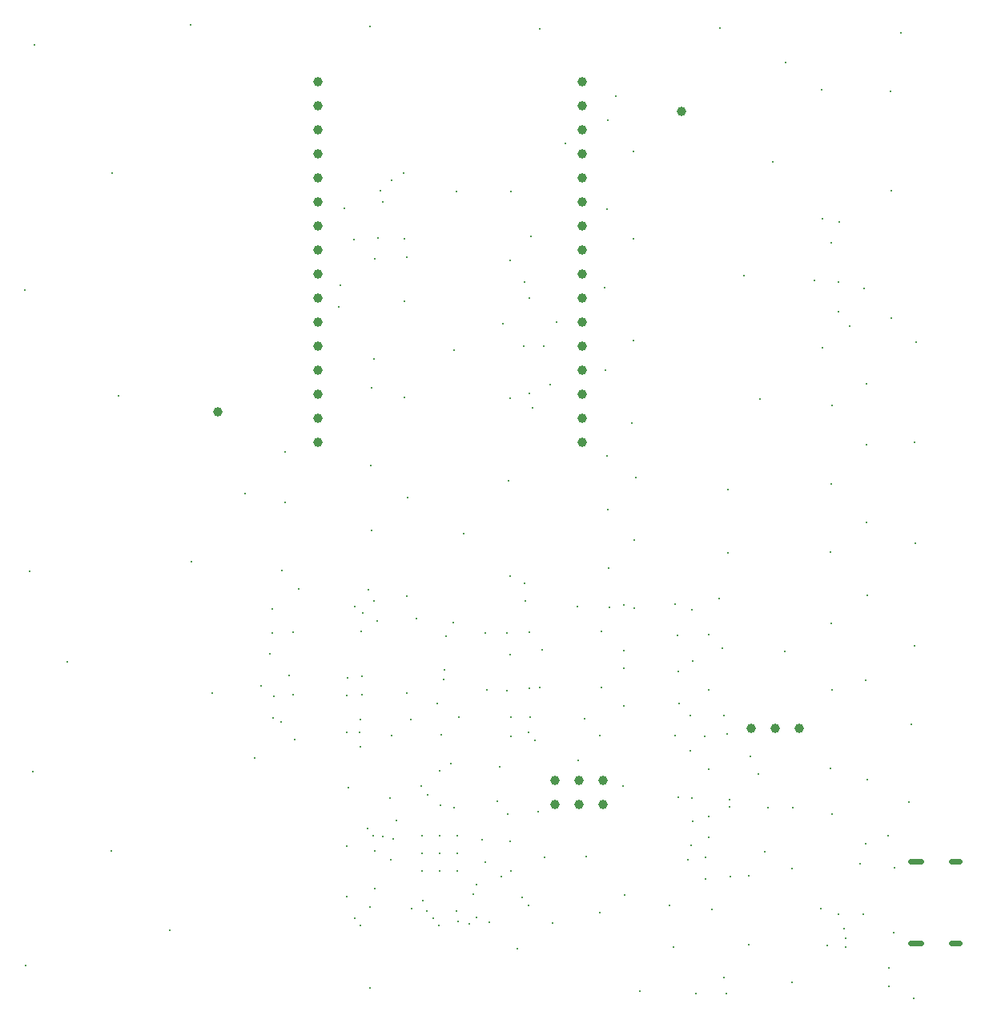
<source format=gbr>
%TF.GenerationSoftware,KiCad,Pcbnew,9.0.6*%
%TF.CreationDate,2026-01-06T10:29:05+00:00*%
%TF.ProjectId,PyBoardTester,5079426f-6172-4645-9465-737465722e6b,rev?*%
%TF.SameCoordinates,Original*%
%TF.FileFunction,Plated,1,4,PTH,Mixed*%
%TF.FilePolarity,Positive*%
%FSLAX46Y46*%
G04 Gerber Fmt 4.6, Leading zero omitted, Abs format (unit mm)*
G04 Created by KiCad (PCBNEW 9.0.6) date 2026-01-06 10:29:05*
%MOMM*%
%LPD*%
G01*
G04 APERTURE LIST*
%TA.AperFunction,ViaDrill*%
%ADD10C,0.220000*%
%TD*%
G04 aperture for slot hole*
%TA.AperFunction,ComponentDrill*%
%ADD11C,0.600000*%
%TD*%
%TA.AperFunction,ComponentDrill*%
%ADD12C,1.000000*%
%TD*%
G04 APERTURE END LIST*
D10*
X96350000Y-72250000D03*
X96500000Y-143600000D03*
X96850000Y-101950000D03*
X97250000Y-123100000D03*
X97400000Y-46350000D03*
X100850000Y-111500000D03*
X105500000Y-131500000D03*
X105600000Y-59900000D03*
X106250000Y-83450000D03*
X111750000Y-139900000D03*
X113900000Y-44250000D03*
X114000000Y-100900000D03*
X116200000Y-114850000D03*
X119650000Y-93700000D03*
X120650000Y-121700000D03*
X121350000Y-114050000D03*
X122300000Y-110700000D03*
X122510000Y-108450000D03*
X122550000Y-105900000D03*
X122600000Y-117456800D03*
X122700000Y-115150000D03*
X123450000Y-117900000D03*
X123600000Y-101850000D03*
X123900000Y-89300000D03*
X123900000Y-94700000D03*
X124300000Y-112950000D03*
X124750000Y-108400000D03*
X124750000Y-115006800D03*
X124900000Y-119750000D03*
X125300000Y-103800000D03*
X129600000Y-74050000D03*
X129750000Y-71700000D03*
X130200000Y-63600000D03*
X130400000Y-118950000D03*
X130400000Y-130950000D03*
X130450000Y-115050000D03*
X130450000Y-136300000D03*
X130500000Y-113200000D03*
X130550000Y-124800000D03*
X131200000Y-66900000D03*
X131300000Y-105650000D03*
X131300000Y-138600000D03*
X131800000Y-119000000D03*
X131850000Y-117600000D03*
X131900000Y-120500000D03*
X131900000Y-139400000D03*
X131950000Y-108300000D03*
X132000000Y-113056800D03*
X132000000Y-115000000D03*
X132100000Y-106325000D03*
X132600000Y-129100000D03*
X132675000Y-103900000D03*
X132850000Y-44350000D03*
X132850000Y-137400000D03*
X132900000Y-146000000D03*
X133000000Y-90750000D03*
X133050000Y-82600000D03*
X133050000Y-97650000D03*
X133200000Y-129900000D03*
X133300000Y-79550000D03*
X133300000Y-105050000D03*
X133350000Y-68950000D03*
X133350000Y-131500000D03*
X133363500Y-135500000D03*
X133600000Y-107200000D03*
X133750000Y-66750000D03*
X133950000Y-61700000D03*
X134250000Y-62894800D03*
X134250000Y-130000000D03*
X134950000Y-125950000D03*
X135050000Y-132400000D03*
X135150000Y-119300000D03*
X135200000Y-60644800D03*
X135350000Y-130200000D03*
X135700000Y-128250000D03*
X136400000Y-59900000D03*
X136500000Y-66800000D03*
X136500000Y-73450000D03*
X136550000Y-83550000D03*
X136750000Y-114806800D03*
X136800000Y-68800000D03*
X136800000Y-104550000D03*
X136850000Y-94150000D03*
X137200000Y-117600000D03*
X137300000Y-137600000D03*
X137800000Y-106975000D03*
X138285000Y-124650000D03*
X138350000Y-129850000D03*
X138350000Y-131750000D03*
X138350000Y-133600000D03*
X138450000Y-136750000D03*
X138850000Y-137850000D03*
X139000000Y-125550000D03*
X139550000Y-138600000D03*
X139950000Y-115900000D03*
X140150000Y-139400000D03*
X140200000Y-123000000D03*
X140200000Y-129850000D03*
X140200000Y-131750000D03*
X140200000Y-133600000D03*
X140328500Y-126671500D03*
X140450000Y-119250000D03*
X140700000Y-113400000D03*
X140750000Y-112350000D03*
X140900000Y-108800000D03*
X141400000Y-122300000D03*
X141650000Y-107343700D03*
X141730999Y-126941690D03*
X141750000Y-78600000D03*
X142050000Y-61850000D03*
X142050000Y-137849000D03*
X142100000Y-129850000D03*
X142100000Y-131750000D03*
X142100000Y-133600000D03*
X142200000Y-138950000D03*
X142300000Y-117350000D03*
X142800000Y-97950000D03*
X143359022Y-139200000D03*
X143800000Y-136050000D03*
X144100000Y-138550000D03*
X144150000Y-135050000D03*
X144700000Y-130350000D03*
X145075000Y-132675000D03*
X145100000Y-108450000D03*
X145200000Y-114500000D03*
X145500000Y-139050000D03*
X146300000Y-126250000D03*
X146600000Y-122600000D03*
X146750000Y-134200000D03*
X146950000Y-75750000D03*
X147312500Y-108511200D03*
X147362500Y-114561200D03*
X147450000Y-127600000D03*
X147500000Y-92350000D03*
X147650000Y-69100000D03*
X147650000Y-83650000D03*
X147650000Y-110750000D03*
X147700000Y-102450000D03*
X147700000Y-130450000D03*
X147750000Y-61800000D03*
X147750000Y-117400000D03*
X147800000Y-119350000D03*
X147800000Y-133600000D03*
X148450000Y-141850000D03*
X148950000Y-136400000D03*
X149150000Y-78150000D03*
X149200000Y-103250000D03*
X149250000Y-71400000D03*
X149300000Y-105100000D03*
X149600000Y-118950000D03*
X149600000Y-137264000D03*
X149700000Y-108350000D03*
X149700000Y-114350000D03*
X149764000Y-73044800D03*
X149764000Y-83194800D03*
X149850000Y-117350000D03*
X149900000Y-66550000D03*
X150100000Y-84700000D03*
X150350000Y-119800000D03*
X150650000Y-127350000D03*
X150850000Y-44650000D03*
X150850000Y-114250000D03*
X151078367Y-110271633D03*
X151264000Y-78144800D03*
X151350000Y-132200000D03*
X151950000Y-82200000D03*
X152150000Y-139150000D03*
X152614000Y-75594800D03*
X153500000Y-56700000D03*
X154800000Y-105700000D03*
X154850000Y-121900000D03*
X155562500Y-117561200D03*
X155750000Y-132100000D03*
X157150000Y-119300000D03*
X157150000Y-138000000D03*
X157312500Y-108311200D03*
X157312500Y-114261200D03*
X157700000Y-71950000D03*
X157750000Y-80700000D03*
X157900000Y-63700000D03*
X157950000Y-89750000D03*
X158000000Y-54300000D03*
X158000000Y-95400000D03*
X158100000Y-101600000D03*
X158150000Y-105800000D03*
X158850000Y-51750000D03*
X159600000Y-124600000D03*
X159700000Y-105500000D03*
X159700000Y-112200000D03*
X159712500Y-110311200D03*
X159712500Y-116161200D03*
X159800000Y-136150000D03*
X160600000Y-86250000D03*
X160700000Y-77550000D03*
X160750000Y-57550000D03*
X160750000Y-66850000D03*
X160850000Y-98650000D03*
X160850000Y-105850000D03*
X161000000Y-92050000D03*
X161400000Y-146350000D03*
X164550000Y-137250000D03*
X164950000Y-141650000D03*
X165100000Y-105400000D03*
X165150000Y-119300000D03*
X165400000Y-108750000D03*
X165450000Y-125800000D03*
X165500000Y-112550000D03*
X165550000Y-115900000D03*
X166500000Y-132450000D03*
X166700000Y-117200000D03*
X166750000Y-120950000D03*
X166800000Y-130900000D03*
X166900000Y-125950000D03*
X166950000Y-106000000D03*
X167000000Y-111400000D03*
X167000000Y-128400000D03*
X167300000Y-146550000D03*
X168300000Y-119350000D03*
X168350000Y-132150000D03*
X168350000Y-134450000D03*
X168650000Y-122850000D03*
X168670000Y-127830000D03*
X168700000Y-108600000D03*
X168700000Y-114450000D03*
X168700000Y-130100000D03*
X169000000Y-137650000D03*
X169750000Y-104850000D03*
X169850000Y-44550000D03*
X170150000Y-110100000D03*
X170300000Y-117200000D03*
X170300000Y-144900000D03*
X170582500Y-146550000D03*
X170600000Y-119100000D03*
X170700000Y-93350000D03*
X170700000Y-100000000D03*
X170850000Y-126050000D03*
X170850000Y-126850000D03*
X170950000Y-134200000D03*
X172450000Y-70750000D03*
X172900000Y-134150000D03*
X172900000Y-141400000D03*
X173100000Y-121550000D03*
X173950000Y-123350000D03*
X174100000Y-83750000D03*
X174582500Y-131600000D03*
X174920000Y-126950000D03*
X175450000Y-58700000D03*
X176750000Y-110450000D03*
X176800000Y-48150000D03*
X177500000Y-133350000D03*
X177500000Y-145350000D03*
X177580000Y-126950000D03*
X179900000Y-71250000D03*
X180550000Y-137600000D03*
X180600000Y-51100000D03*
X180700000Y-64700000D03*
X180700000Y-78350000D03*
X181200000Y-141450000D03*
X181550000Y-99900000D03*
X181550000Y-122750000D03*
X181650000Y-67250000D03*
X181650000Y-92700000D03*
X181650000Y-107450000D03*
X181700000Y-114500000D03*
X181750000Y-84450000D03*
X181750000Y-127600000D03*
X182370000Y-138220000D03*
X182375000Y-74525000D03*
X182400000Y-71350000D03*
X182450000Y-65000000D03*
X183000000Y-139700000D03*
X183145384Y-140700000D03*
X183150000Y-141700000D03*
X183550000Y-76050000D03*
X184650000Y-132850000D03*
X185000000Y-138155000D03*
X185100000Y-72050000D03*
X185250000Y-113500000D03*
X185250000Y-130750000D03*
X185350000Y-88600000D03*
X185350000Y-96800000D03*
X185400000Y-82100000D03*
X185450000Y-104450000D03*
X185450000Y-123950000D03*
X187667500Y-129900000D03*
X187717500Y-143900000D03*
X187767500Y-145800000D03*
X187900000Y-51250000D03*
X188000000Y-61750000D03*
X188000000Y-75200000D03*
X188250000Y-140150000D03*
X188300000Y-133250000D03*
X189050000Y-45050000D03*
X189850000Y-126300000D03*
X190150000Y-118150000D03*
X190350000Y-147100000D03*
X190450000Y-88350000D03*
X190450000Y-109850000D03*
X190550000Y-98950000D03*
X190650000Y-77700000D03*
D11*
%TO.C,J5*%
X191120000Y-132630000D02*
X190020000Y-132630000D01*
X191120000Y-141270000D02*
X190020000Y-141270000D01*
X195150000Y-132630000D02*
X194350000Y-132630000D01*
X195150000Y-141270000D02*
X194350000Y-141270000D01*
D12*
%TO.C,TP27*%
X116790681Y-85109856D03*
%TO.C,J2*%
X127380000Y-50206800D03*
X127380000Y-52746800D03*
X127380000Y-55286800D03*
X127380000Y-57826800D03*
X127380000Y-60366800D03*
X127380000Y-62906800D03*
X127380000Y-65446800D03*
X127380000Y-67986800D03*
X127380000Y-70526800D03*
X127380000Y-73066800D03*
X127380000Y-75606800D03*
X127380000Y-78146800D03*
X127380000Y-80686800D03*
X127380000Y-83226800D03*
X127380000Y-85766800D03*
X127380000Y-88306800D03*
%TO.C,J1*%
X152410000Y-124075000D03*
X152410000Y-126615000D03*
X154950000Y-124075000D03*
X154950000Y-126615000D03*
%TO.C,J3*%
X155314000Y-50194800D03*
X155314000Y-52734800D03*
X155314000Y-55274800D03*
X155314000Y-57814800D03*
X155314000Y-60354800D03*
X155314000Y-62894800D03*
X155314000Y-65434800D03*
X155314000Y-67974800D03*
X155314000Y-70514800D03*
X155314000Y-73054800D03*
X155314000Y-75594800D03*
X155314000Y-78134800D03*
X155314000Y-80674800D03*
X155314000Y-83214800D03*
X155314000Y-85754800D03*
X155314000Y-88294800D03*
%TO.C,J1*%
X157490000Y-124075000D03*
X157490000Y-126615000D03*
%TO.C,TP6*%
X165814000Y-53368133D03*
%TO.C,J4*%
X173170000Y-118550000D03*
X175710000Y-118550000D03*
X178250000Y-118550000D03*
M02*

</source>
